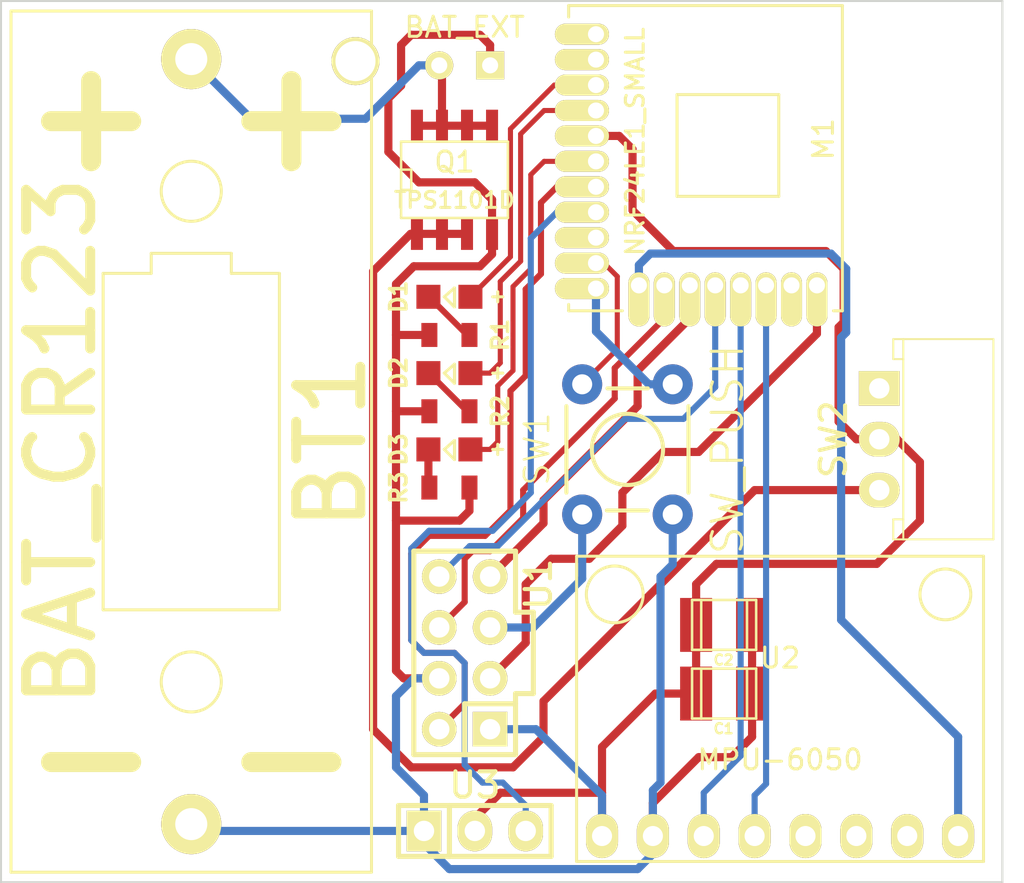
<source format=kicad_pcb>
(kicad_pcb (version 4) (host pcbnew "(2014-07-15 BZR 5005)-product")

  (general
    (links 45)
    (no_connects 2)
    (area 49.8068 49.949099 101.306201 94.050001)
    (thickness 1.6)
    (drawings 4)
    (tracks 218)
    (zones 0)
    (modules 17)
    (nets 21)
  )

  (page A4)
  (layers
    (0 F.Cu signal)
    (31 B.Cu signal)
    (32 B.Adhes user)
    (33 F.Adhes user)
    (34 B.Paste user)
    (35 F.Paste user)
    (36 B.SilkS user)
    (37 F.SilkS user)
    (38 B.Mask user)
    (39 F.Mask user)
    (40 Dwgs.User user)
    (41 Cmts.User user)
    (42 Eco1.User user)
    (43 Eco2.User user)
    (44 Edge.Cuts user)
  )

  (setup
    (last_trace_width 0.4064)
    (user_trace_width 0.3048)
    (user_trace_width 0.3556)
    (user_trace_width 0.4064)
    (trace_clearance 0.2032)
    (zone_clearance 0.508)
    (zone_45_only no)
    (trace_min 0.254)
    (segment_width 0.2)
    (edge_width 0.1)
    (via_size 0.889)
    (via_drill 0.635)
    (via_min_size 0.889)
    (via_min_drill 0.508)
    (uvia_size 0.508)
    (uvia_drill 0.127)
    (uvias_allowed no)
    (uvia_min_size 0.508)
    (uvia_min_drill 0.127)
    (pcb_text_width 0.3)
    (pcb_text_size 1.5 1.5)
    (mod_edge_width 0.254)
    (mod_text_size 1 1)
    (mod_text_width 0.15)
    (pad_size 2 2)
    (pad_drill 0.8)
    (pad_to_mask_clearance 0)
    (aux_axis_origin 0 0)
    (visible_elements 7FFFFF7F)
    (pcbplotparams
      (layerselection 0x00030_80000001)
      (usegerberextensions true)
      (excludeedgelayer true)
      (linewidth 0.100000)
      (plotframeref false)
      (viasonmask false)
      (mode 1)
      (useauxorigin false)
      (hpglpennumber 1)
      (hpglpenspeed 20)
      (hpglpendiameter 15)
      (hpglpenoverlay 2)
      (psnegative false)
      (psa4output false)
      (plotreference true)
      (plotvalue true)
      (plotinvisibletext false)
      (padsonsilk false)
      (subtractmaskfromsilk false)
      (outputformat 1)
      (mirror false)
      (drillshape 0)
      (scaleselection 1)
      (outputdirectory ""))
  )

  (net 0 "")
  (net 1 GND)
  (net 2 VCC)
  (net 3 "Net-(D1-Pad1)")
  (net 4 "Net-(D1-Pad2)")
  (net 5 "Net-(D2-Pad1)")
  (net 6 "Net-(D2-Pad2)")
  (net 7 "Net-(D3-Pad1)")
  (net 8 "Net-(D3-Pad2)")
  (net 9 "Net-(M1-Pad8)")
  (net 10 /FSCK)
  (net 11 "Net-(M1-Pad12)")
  (net 12 /FMOSI)
  (net 13 /FCSN)
  (net 14 /SCL)
  (net 15 /SDA)
  (net 16 "Net-(Q1-Pad1)")
  (net 17 /FMISO)
  (net 18 "Net-(BT1-Pad1)")
  (net 19 /PROG)
  (net 20 /RESET)

  (net_class Default "This is the default net class."
    (clearance 0.2032)
    (trace_width 0.254)
    (via_dia 0.889)
    (via_drill 0.635)
    (uvia_dia 0.508)
    (uvia_drill 0.127)
    (add_net /FCSN)
    (add_net /FMISO)
    (add_net /FMOSI)
    (add_net /FSCK)
    (add_net /PROG)
    (add_net /RESET)
    (add_net /SCL)
    (add_net /SDA)
    (add_net GND)
    (add_net "Net-(BT1-Pad1)")
    (add_net "Net-(D1-Pad1)")
    (add_net "Net-(D1-Pad2)")
    (add_net "Net-(D2-Pad1)")
    (add_net "Net-(D2-Pad2)")
    (add_net "Net-(D3-Pad1)")
    (add_net "Net-(D3-Pad2)")
    (add_net "Net-(M1-Pad12)")
    (add_net "Net-(M1-Pad8)")
    (add_net "Net-(Q1-Pad1)")
    (add_net VCC)
  )

  (module edtracker_nrf:ESP2010_switch (layer F.Cu) (tedit 53C81FF4) (tstamp 53C7A2D3)
    (at 93.853 71.882 270)
    (descr "1 pin")
    (tags "CONN DEV")
    (path /53AAC4C3)
    (fp_text reference SW2 (at 0 2.286 270) (layer F.SilkS)
      (effects (font (size 1.27 1.27) (thickness 0.2032)))
    )
    (fp_text value SWITCH_INV (at 0 -2.4 270) (layer F.SilkS) hide
      (effects (font (size 1.016 1.016) (thickness 0.1778)))
    )
    (fp_line (start 0.2 -7.2) (end 0.2 -6.7) (layer Dwgs.User) (width 0.1))
    (fp_line (start -1.8 -7.2) (end 0.2 -7.2) (layer Dwgs.User) (width 0.1))
    (fp_line (start -1.8 -6.7) (end -1.8 -7.2) (layer Dwgs.User) (width 0.1))
    (fp_line (start 3.4 -6.2) (end 0.2 -6.7) (layer Dwgs.User) (width 0.1))
    (fp_line (start -5 -6.2) (end -1.8 -6.7) (layer Dwgs.User) (width 0.1))
    (fp_line (start 3.4 -5.7) (end 3.4 -6.2) (layer Dwgs.User) (width 0.1))
    (fp_line (start -5 -5.7) (end -5 -6.2) (layer Dwgs.User) (width 0.1))
    (fp_line (start 5 -1.2) (end 5 -0.7) (layer F.SilkS) (width 0.1))
    (fp_line (start 5 -0.7) (end 4 -0.7) (layer F.SilkS) (width 0.1))
    (fp_line (start 4 -0.7) (end 4 -1.2) (layer F.SilkS) (width 0.1))
    (fp_line (start -5 -1.2) (end -5 -0.7) (layer F.SilkS) (width 0.1))
    (fp_line (start -5 -0.7) (end -4 -0.7) (layer F.SilkS) (width 0.1))
    (fp_line (start -4 -1.2) (end -4 -0.7) (layer F.SilkS) (width 0.1))
    (fp_line (start -5 -5.7) (end 5 -5.7) (layer F.SilkS) (width 0.1))
    (fp_line (start 5 -1.2) (end 5 -5.7) (layer F.SilkS) (width 0.1))
    (fp_line (start -5 -5.7) (end -5 -1.2) (layer F.SilkS) (width 0.1))
    (fp_line (start -5 -1.2) (end 5 -1.2) (layer F.SilkS) (width 0.1))
    (pad 1 thru_hole rect (at -2.54 0 270) (size 1.7272 2.032) (drill 1.016) (layers *.Cu *.Mask F.SilkS))
    (pad 2 thru_hole oval (at 0 0 270) (size 1.7272 2.032) (drill 1.016) (layers *.Cu *.Mask F.SilkS)
      (net 2 VCC))
    (pad 3 thru_hole oval (at 2.54 0 270) (size 1.7272 2.032) (drill 1.016) (layers *.Cu *.Mask F.SilkS)
      (net 16 "Net-(Q1-Pad1)"))
    (model Pin_Headers/Pin_Header_Angled_1x03.wrl
      (at (xyz 0 0 0))
      (scale (xyz 1 1 1))
      (rotate (xyz 0 0 0))
    )
  )

  (module edtracker_nrf:NRF24LE1_SMALL (layer F.Cu) (tedit 53C81F20) (tstamp 53AAC3B0)
    (at 85.344 58.166 270)
    (path /53A87AFB)
    (fp_text reference M1 (at -1.27 -5.715 270) (layer F.SilkS)
      (effects (font (size 1 1) (thickness 0.15)))
    )
    (fp_text value NRF24LE1_SMALL (at -1.143 3.683 270) (layer F.SilkS)
      (effects (font (size 0.889 0.889) (thickness 0.1524)))
    )
    (fp_line (start -3.556 -7.62) (end 4.191 -7.62) (layer Dwgs.User) (width 0.6))
    (fp_line (start 4.064 -14) (end 6.858 -14) (layer Dwgs.User) (width 0.6))
    (fp_line (start 2.794 -9.779) (end 4.064 -9.779) (layer Dwgs.User) (width 0.6))
    (fp_line (start 1.524 -14) (end 2.794 -14) (layer Dwgs.User) (width 0.6))
    (fp_line (start 0.254 -9.779) (end 1.524 -9.779) (layer Dwgs.User) (width 0.6))
    (fp_line (start -1.016 -14) (end 0.254 -14) (layer Dwgs.User) (width 0.6))
    (fp_line (start -2.286 -9.779) (end -1.016 -9.779) (layer Dwgs.User) (width 0.6))
    (fp_line (start -3.556 -14) (end -2.286 -14) (layer Dwgs.User) (width 0.6))
    (fp_line (start 0.254 -14) (end 0.254 -9.779) (layer Dwgs.User) (width 0.6))
    (fp_line (start 1.524 -9.779) (end 1.524 -14) (layer Dwgs.User) (width 0.6))
    (fp_line (start 2.794 -14) (end 2.794 -9.779) (layer Dwgs.User) (width 0.6))
    (fp_line (start 4.064 -9.779) (end 4.064 -14) (layer Dwgs.User) (width 0.6))
    (fp_line (start -1.016 -14) (end -1.016 -9.779) (layer Dwgs.User) (width 0.6))
    (fp_line (start -2.287 -14) (end -2.287 -9.779) (layer Dwgs.User) (width 0.6))
    (fp_line (start -3.556 -14) (end -3.556 -6.636) (layer Dwgs.User) (width 0.6))
    (fp_line (start -7.9375 -6.858) (end -7.9375 -14.5) (layer Dwgs.User) (width 0.1524))
    (fp_line (start -7.9375 -14.5) (end 7.3025 -14.5) (layer Dwgs.User) (width 0.1524))
    (fp_line (start 7.3025 -14.5) (end 7.3025 -6.858) (layer Dwgs.User) (width 0.1524))
    (fp_line (start 7.3025 -6.6675) (end 7.3025 -6.223) (layer F.SilkS) (width 0.1524))
    (fp_line (start -7.366 7) (end -7.9375 7) (layer F.SilkS) (width 0.1524))
    (fp_line (start -3.4925 -3.4925) (end -3.4925 1.5875) (layer F.SilkS) (width 0.15))
    (fp_line (start -3.4925 1.5875) (end 1.5875 1.5875) (layer F.SilkS) (width 0.15))
    (fp_line (start 1.5875 1.5875) (end 1.5875 -3.4925) (layer F.SilkS) (width 0.15))
    (fp_line (start 1.5875 -3.4925) (end -3.4925 -3.4925) (layer F.SilkS) (width 0.15))
    (fp_line (start 7.3025 7) (end 6.985 7) (layer F.SilkS) (width 0.15))
    (fp_line (start -7.9375 7) (end -7.9375 -6.6675) (layer F.SilkS) (width 0.1524))
    (fp_line (start -7.9375 -6.6675) (end 7.3025 -6.6675) (layer F.SilkS) (width 0.15))
    (fp_line (start 7.3025 4.318) (end 7.3025 7) (layer F.SilkS) (width 0.15))
    (pad 1 thru_hole oval (at -6.50875 5.635625 270) (size 1.05 2.7) (drill 0.8 (offset 0 0.7)) (layers *.Cu *.Mask F.SilkS))
    (pad 2 thru_hole oval (at -5.23875 5.635625 270) (size 1.05 2.7) (drill 0.8 (offset 0 0.7)) (layers *.Cu *.Mask F.SilkS))
    (pad 3 thru_hole oval (at -3.96875 5.635625 270) (size 1.05 2.7) (drill 0.8 (offset 0 0.7)) (layers *.Cu *.Mask F.SilkS)
      (net 3 "Net-(D1-Pad1)"))
    (pad 4 thru_hole oval (at -2.69875 5.635625 270) (size 1.05 2.7) (drill 0.8 (offset 0 0.7)) (layers *.Cu *.Mask F.SilkS)
      (net 5 "Net-(D2-Pad1)"))
    (pad 5 thru_hole oval (at -1.42875 5.635625 270) (size 1.05 2.7) (drill 0.8 (offset 0 0.7)) (layers *.Cu *.Mask F.SilkS)
      (net 2 VCC))
    (pad 6 thru_hole oval (at -0.15875 5.635625 270) (size 1.05 2.7) (drill 0.8 (offset 0 0.7)) (layers *.Cu *.Mask F.SilkS)
      (net 7 "Net-(D3-Pad1)"))
    (pad 7 thru_hole oval (at 1.11125 5.635625 270) (size 1.05 2.7) (drill 0.8 (offset 0 0.7)) (layers *.Cu *.Mask F.SilkS)
      (net 19 /PROG))
    (pad 8 thru_hole oval (at 2.38125 5.635625 270) (size 1.05 2.7) (drill 0.8 (offset 0 0.7)) (layers *.Cu *.Mask F.SilkS)
      (net 9 "Net-(M1-Pad8)"))
    (pad 10 thru_hole oval (at 4.92125 5.635625 270) (size 1.05 2.7) (drill 0.8 (offset 0 0.7)) (layers *.Cu *.Mask F.SilkS)
      (net 10 /FSCK))
    (pad 9 thru_hole oval (at 3.65125 5.635625 270) (size 1.05 2.7) (drill 0.8 (offset 0 0.7)) (layers *.Cu *.Mask F.SilkS))
    (pad 11 thru_hole oval (at 6.19125 5.635625 270) (size 1.05 2.7) (drill 0.8 (offset 0 0.7)) (layers *.Cu *.Mask F.SilkS)
      (net 1 GND))
    (pad 12 thru_hole oval (at 6.0325 3.4925) (size 1.05 2.7) (drill 0.8 (offset 0 0.7)) (layers *.Cu *.Mask F.SilkS)
      (net 11 "Net-(M1-Pad12)"))
    (pad 13 thru_hole oval (at 6.0325 2.2225) (size 1.05 2.7) (drill 0.8 (offset 0 0.7)) (layers *.Cu *.Mask F.SilkS)
      (net 12 /FMOSI))
    (pad 14 thru_hole oval (at 6.0325 0.9525) (size 1.05 2.7) (drill 0.8 (offset 0 0.7)) (layers *.Cu *.Mask F.SilkS)
      (net 17 /FMISO))
    (pad 15 thru_hole oval (at 6.0325 -0.3175) (size 1.05 2.7) (drill 0.8 (offset 0 0.7)) (layers *.Cu *.Mask F.SilkS)
      (net 13 /FCSN))
    (pad 16 thru_hole oval (at 6.0325 -1.5875) (size 1.05 2.7) (drill 0.8 (offset 0 0.7)) (layers *.Cu *.Mask F.SilkS)
      (net 14 /SCL))
    (pad 17 thru_hole oval (at 6.0325 -2.8575) (size 1.05 2.7) (drill 0.8 (offset 0 0.7)) (layers *.Cu *.Mask F.SilkS)
      (net 15 /SDA))
    (pad 18 thru_hole oval (at 6.0325 -4.1275) (size 1.05 2.7) (drill 0.8 (offset 0 0.7)) (layers *.Cu *.Mask F.SilkS))
    (pad 19 thru_hole oval (at 6.0325 -5.3975) (size 1.05 2.7) (drill 0.8 (offset 0 0.7)) (layers *.Cu *.Mask F.SilkS)
      (net 20 /RESET))
  )

  (module edtracker_nrf:Pin_Header_Straight_2x04 (layer F.Cu) (tedit 53C8C204) (tstamp 53C76BC0)
    (at 73.152 82.55 90)
    (descr "1 pin")
    (tags "CONN DEV")
    (path /53A87671)
    (fp_text reference U1 (at 3.429 3.683 90) (layer F.SilkS)
      (effects (font (size 1.27 1.27) (thickness 0.2032)))
    )
    (fp_text value NRF24LE1_PROG (at 0 -3.175 90) (layer F.SilkS) hide
      (effects (font (size 0.8128 0.8128) (thickness 0.1524)))
    )
    (fp_line (start -5.08 2.54) (end -2.032 2.54) (layer F.SilkS) (width 0.254))
    (fp_line (start -2.032 2.54) (end -2.032 3.429) (layer F.SilkS) (width 0.254))
    (fp_line (start -2.032 3.429) (end 2.032 3.429) (layer F.SilkS) (width 0.254))
    (fp_line (start 2.032 3.429) (end 2.032 2.54) (layer F.SilkS) (width 0.254))
    (fp_line (start 2.032 2.54) (end 5.08 2.54) (layer F.SilkS) (width 0.254))
    (fp_line (start 5.08 2.54) (end 5.08 -2.54) (layer F.SilkS) (width 0.254))
    (fp_line (start 5.08 -2.54) (end -5.08 -2.54) (layer F.SilkS) (width 0.254))
    (fp_line (start -5.08 -2.54) (end -5.08 0) (layer F.SilkS) (width 0.254))
    (fp_line (start -5.08 0) (end -2.54 0) (layer F.SilkS) (width 0.254))
    (fp_line (start -2.54 0) (end -2.54 2.54) (layer F.SilkS) (width 0.254))
    (fp_line (start -5.08 2.54) (end -5.08 0) (layer F.SilkS) (width 0.254))
    (pad 1 thru_hole rect (at -3.81 1.27 90) (size 1.7272 1.7272) (drill 1.016) (layers *.Cu *.Mask F.SilkS)
      (net 2 VCC))
    (pad 2 thru_hole oval (at -3.81 -1.27 90) (size 1.7272 1.7272) (drill 1.016) (layers *.Cu *.Mask F.SilkS)
      (net 19 /PROG))
    (pad 3 thru_hole oval (at -1.27 1.27 90) (size 1.7272 1.7272) (drill 1.016) (layers *.Cu *.Mask F.SilkS)
      (net 20 /RESET))
    (pad 4 thru_hole oval (at -1.27 -1.27 90) (size 1.7272 1.7272) (drill 1.016) (layers *.Cu *.Mask F.SilkS)
      (net 1 GND))
    (pad 5 thru_hole oval (at 1.27 1.27 90) (size 1.7272 1.7272) (drill 1.016) (layers *.Cu *.Mask F.SilkS)
      (net 10 /FSCK))
    (pad 6 thru_hole oval (at 1.27 -1.27 90) (size 1.7272 1.7272) (drill 1.016) (layers *.Cu *.Mask F.SilkS)
      (net 12 /FMOSI))
    (pad 7 thru_hole oval (at 3.81 1.27 90) (size 1.7272 1.7272) (drill 1.016) (layers *.Cu *.Mask F.SilkS)
      (net 17 /FMISO))
    (pad 8 thru_hole oval (at 3.81 -1.27 90) (size 1.7272 1.7272) (drill 1.016) (layers *.Cu *.Mask F.SilkS)
      (net 13 /FCSN))
    (model Pin_Headers/Pin_Header_Straight_2x04.wrl
      (at (xyz 0 0 0))
      (scale (xyz 1 1 1))
      (rotate (xyz 0 0 0))
    )
  )

  (module edtracker_nrf:CR123 (layer F.Cu) (tedit 53C77851) (tstamp 53C77B5B)
    (at 59.5 72)
    (path /53C5091B)
    (fp_text reference BT1 (at 6.985 0 90) (layer F.SilkS)
      (effects (font (size 3.2 3.2) (thickness 0.5)))
    )
    (fp_text value BAT_CR123 (at -6.5 0 90) (layer F.SilkS)
      (effects (font (size 3.2 3.2) (thickness 0.5)))
    )
    (fp_line (start 3 16) (end 7 16) (layer F.SilkS) (width 1))
    (fp_line (start -7 16) (end -3 16) (layer F.SilkS) (width 1))
    (fp_line (start 5 -18) (end 5 -14) (layer F.SilkS) (width 1))
    (fp_line (start 3 -16) (end 7 -16) (layer F.SilkS) (width 1))
    (fp_line (start -5 -18) (end -5 -14) (layer F.SilkS) (width 1))
    (fp_line (start -7 -16) (end -3 -16) (layer F.SilkS) (width 1))
    (fp_line (start 2 -9.4) (end 2 -8.4) (layer F.SilkS) (width 0.15))
    (fp_line (start -2 -9.4) (end -2 -8.4) (layer F.SilkS) (width 0.15))
    (fp_line (start -2 -9.4) (end 2 -9.4) (layer F.SilkS) (width 0.15))
    (fp_line (start -4.4 -8.4) (end -2 -8.4) (layer F.SilkS) (width 0.15))
    (fp_line (start 2 -8.4) (end 4.4 -8.4) (layer F.SilkS) (width 0.15))
    (fp_line (start 4.4 -8.4) (end 4.4 8.4) (layer F.SilkS) (width 0.15))
    (fp_line (start 4.4 8.4) (end -4.4 8.4) (layer F.SilkS) (width 0.15))
    (fp_line (start -4.4 8.4) (end -4.4 -8.4) (layer F.SilkS) (width 0.15))
    (fp_circle (center 0 12) (end 0 13.5) (layer F.SilkS) (width 0.15))
    (fp_circle (center 0 -12.5) (end 0 -14) (layer F.SilkS) (width 0.15))
    (fp_line (start -9 -21.5) (end 9 -21.5) (layer F.SilkS) (width 0.15))
    (fp_line (start 9 -21.5) (end 9 21.5) (layer F.SilkS) (width 0.15))
    (fp_line (start 9 21.5) (end -9 21.5) (layer F.SilkS) (width 0.15))
    (fp_line (start -9 21.5) (end -9 -21.5) (layer F.SilkS) (width 0.15))
    (pad 1 thru_hole circle (at 0 -19.1) (size 3 3) (drill 1.6) (layers *.Cu *.Mask F.SilkS)
      (net 18 "Net-(BT1-Pad1)"))
    (pad 2 thru_hole circle (at 0 19.1) (size 3 3) (drill 1.6) (layers *.Cu *.Mask F.SilkS)
      (net 1 GND))
    (pad "" thru_hole circle (at 8.2 -19) (size 2.4 2.4) (drill 2) (layers *.Cu *.Mask F.SilkS))
  )

  (module Capacitors_SMD:c_1210 (layer F.Cu) (tedit 53C82191) (tstamp 53ABDA55)
    (at 86.106 84.582 180)
    (descr "SMT capacitor, 1210")
    (path /53A9C242)
    (fp_text reference C1 (at 0.0254 -1.7526 180) (layer F.SilkS)
      (effects (font (size 0.50038 0.50038) (thickness 0.11938)))
    )
    (fp_text value C (at -0.0254 1.7272 180) (layer F.SilkS) hide
      (effects (font (size 0.50038 0.50038) (thickness 0.11938)))
    )
    (fp_line (start -1.6002 -1.2446) (end -1.6002 1.2446) (layer F.SilkS) (width 0.127))
    (fp_line (start 1.6002 1.2446) (end 1.6002 -1.2446) (layer F.SilkS) (width 0.127))
    (fp_line (start 1.143 -1.2446) (end 1.143 1.2446) (layer F.SilkS) (width 0.127))
    (fp_line (start -1.143 1.2446) (end -1.143 -1.2446) (layer F.SilkS) (width 0.127))
    (fp_line (start -1.6002 1.2446) (end 1.6002 1.2446) (layer F.SilkS) (width 0.127))
    (fp_line (start 1.6002 -1.2446) (end -1.6002 -1.2446) (layer F.SilkS) (width 0.127))
    (pad 1 smd rect (at 1.397 0 180) (size 1.6002 2.6924) (layers F.Cu F.Paste F.Mask)
      (net 2 VCC))
    (pad 2 smd rect (at -1.397 0 180) (size 1.6002 2.6924) (layers F.Cu F.Paste F.Mask)
      (net 1 GND))
    (model smd/capacitors/c_1210.wrl
      (at (xyz 0 0 0))
      (scale (xyz 1 1 1))
      (rotate (xyz 0 0 0))
    )
  )

  (module edtracker_nrf:Pin_Header_Straight_1x03 (layer F.Cu) (tedit 53C8215C) (tstamp 53ABD6AA)
    (at 73.66 91.44)
    (descr "1 pin")
    (tags "CONN DEV")
    (path /53A876E3)
    (fp_text reference U3 (at 0 -2.286) (layer F.SilkS)
      (effects (font (size 1.27 1.27) (thickness 0.2032)))
    )
    (fp_text value UART (at 0 0) (layer F.SilkS) hide
      (effects (font (size 1.27 1.27) (thickness 0.2032)))
    )
    (fp_line (start -1.27 1.27) (end 3.81 1.27) (layer F.SilkS) (width 0.254))
    (fp_line (start 3.81 1.27) (end 3.81 -1.27) (layer F.SilkS) (width 0.254))
    (fp_line (start 3.81 -1.27) (end -1.27 -1.27) (layer F.SilkS) (width 0.254))
    (fp_line (start -3.81 -1.27) (end -1.27 -1.27) (layer F.SilkS) (width 0.254))
    (fp_line (start -1.27 -1.27) (end -1.27 1.27) (layer F.SilkS) (width 0.254))
    (fp_line (start -3.81 -1.27) (end -3.81 1.27) (layer F.SilkS) (width 0.254))
    (fp_line (start -3.81 1.27) (end -1.27 1.27) (layer F.SilkS) (width 0.254))
    (pad 1 thru_hole rect (at -2.54 0) (size 1.7272 2.032) (drill 1.016) (layers *.Cu *.Mask F.SilkS)
      (net 1 GND))
    (pad 2 thru_hole oval (at 0 0) (size 1.7272 2.032) (drill 1.016) (layers *.Cu *.Mask F.SilkS)
      (net 2 VCC))
    (pad 3 thru_hole oval (at 2.54 0) (size 1.7272 2.032) (drill 1.016) (layers *.Cu *.Mask F.SilkS)
      (net 9 "Net-(M1-Pad8)"))
    (model Pin_Headers/Pin_Header_Straight_1x03.wrl
      (at (xyz 0 0 0))
      (scale (xyz 1 1 1))
      (rotate (xyz 0 0 0))
    )
  )

  (module edtracker_nrf:TACTILE-PTH (layer F.Cu) (tedit 53AB2020) (tstamp 53C7B70C)
    (at 81.28 72.39 90)
    (descr "<b>OMRON SWITCH</b>")
    (path /53AB20EC)
    (fp_text reference SW1 (at -1.905 -3.81 90) (layer F.SilkS)
      (effects (font (size 1.2065 1.2065) (thickness 0.127)) (justify left bottom))
    )
    (fp_text value SW_PUSH (at 0 5 90) (layer F.SilkS)
      (effects (font (thickness 0.15)))
    )
    (fp_line (start 3.048 -1.016) (end 3.048 -2.54) (layer Dwgs.User) (width 0.2032))
    (fp_line (start 3.048 -2.54) (end 2.54 -3.048) (layer Dwgs.User) (width 0.2032))
    (fp_line (start 2.54 3.048) (end 3.048 2.54) (layer Dwgs.User) (width 0.2032))
    (fp_line (start 3.048 2.54) (end 3.048 1.016) (layer Dwgs.User) (width 0.2032))
    (fp_line (start -2.54 -3.048) (end -3.048 -2.54) (layer Dwgs.User) (width 0.2032))
    (fp_line (start -3.048 -2.54) (end -3.048 -1.016) (layer Dwgs.User) (width 0.2032))
    (fp_line (start -2.54 3.048) (end -3.048 2.54) (layer Dwgs.User) (width 0.2032))
    (fp_line (start -3.048 2.54) (end -3.048 1.016) (layer Dwgs.User) (width 0.2032))
    (fp_line (start 2.54 3.048) (end 2.159 3.048) (layer Dwgs.User) (width 0.2032))
    (fp_line (start -2.54 3.048) (end -2.159 3.048) (layer Dwgs.User) (width 0.2032))
    (fp_line (start -2.54 -3.048) (end -2.159 -3.048) (layer Dwgs.User) (width 0.2032))
    (fp_line (start 2.54 -3.048) (end 2.159 -3.048) (layer Dwgs.User) (width 0.2032))
    (fp_line (start 2.159 -3.048) (end -2.159 -3.048) (layer F.SilkS) (width 0.2032))
    (fp_line (start -2.159 3.048) (end 2.159 3.048) (layer F.SilkS) (width 0.2032))
    (fp_line (start 3.048 -0.998) (end 3.048 1.016) (layer F.SilkS) (width 0.2032))
    (fp_line (start -3.048 -1.028) (end -3.048 1.016) (layer F.SilkS) (width 0.2032))
    (fp_line (start -2.54 -1.27) (end -2.54 -0.508) (layer Dwgs.User) (width 0.2032))
    (fp_line (start -2.54 0.508) (end -2.54 1.27) (layer Dwgs.User) (width 0.2032))
    (fp_line (start -2.54 -0.508) (end -2.159 0.381) (layer Dwgs.User) (width 0.2032))
    (fp_circle (center 0 0) (end 1.778 0) (layer F.SilkS) (width 0.2032))
    (pad 1 thru_hole circle (at -3.2512 -2.2606 90) (size 2 2) (drill 1) (layers *.Cu *.Mask)
      (net 10 /FSCK))
    (pad 1 thru_hole circle (at 3.2512 -2.2606 90) (size 2 2) (drill 1) (layers *.Cu *.Mask)
      (net 10 /FSCK))
    (pad 2 thru_hole circle (at -3.2512 2.2606 90) (size 2 2) (drill 1) (layers *.Cu *.Mask)
      (net 1 GND))
    (pad 2 thru_hole circle (at 3.2512 2.2606 90) (size 2 2) (drill 1) (layers *.Cu *.Mask)
      (net 1 GND))
  )

  (module edtracker_nrf:MPU6050 (layer F.Cu) (tedit 53AB1A66) (tstamp 53AAC44E)
    (at 88.9 85.344 180)
    (path /53A8761E)
    (fp_text reference U2 (at 0 2.54 180) (layer F.SilkS)
      (effects (font (size 1 1) (thickness 0.15)))
    )
    (fp_text value MPU-6050 (at 0 -2.54 180) (layer F.SilkS)
      (effects (font (size 1 1) (thickness 0.15)))
    )
    (fp_circle (center 8.255 5.715) (end 8.89 6.985) (layer F.SilkS) (width 0.15))
    (fp_circle (center -8.255 5.715) (end -8.255 6.985) (layer F.SilkS) (width 0.15))
    (fp_line (start 10.16 -7.62) (end 10.16 7.62) (layer F.SilkS) (width 0.15))
    (fp_line (start 10.16 7.62) (end -10.16 7.62) (layer F.SilkS) (width 0.15))
    (fp_line (start -10.16 7.62) (end -10.16 -7.62) (layer F.SilkS) (width 0.15))
    (fp_line (start -10.16 -7.62) (end 10.16 -7.62) (layer F.SilkS) (width 0.15))
    (pad 1 thru_hole oval (at 8.89 -6.35 270) (size 2.2 1.6) (drill 1) (layers *.Cu *.Mask F.SilkS)
      (net 2 VCC))
    (pad 2 thru_hole oval (at 6.35 -6.35 270) (size 2.2 1.6) (drill 1) (layers *.Cu *.Mask F.SilkS)
      (net 1 GND))
    (pad 3 thru_hole oval (at 3.81 -6.35 270) (size 2.2 1.6) (drill 1) (layers *.Cu *.Mask F.SilkS)
      (net 14 /SCL))
    (pad 4 thru_hole oval (at 1.27 -6.35 270) (size 2.2 1.6) (drill 1) (layers *.Cu *.Mask F.SilkS)
      (net 15 /SDA))
    (pad 5 thru_hole oval (at -1.27 -6.35 270) (size 2.2 1.6) (drill 1) (layers *.Cu *.Mask F.SilkS))
    (pad 6 thru_hole oval (at -3.81 -6.35 270) (size 2.2 1.6) (drill 1) (layers *.Cu *.Mask F.SilkS))
    (pad 7 thru_hole oval (at -6.35 -6.35 270) (size 2.2 1.6) (drill 1) (layers *.Cu *.Mask F.SilkS))
    (pad 8 thru_hole oval (at -8.89 -6.35 270) (size 2.2 1.6) (drill 1) (layers *.Cu *.Mask F.SilkS)
      (net 11 "Net-(M1-Pad12)"))
  )

  (module SOIC_Packages:SOIC-8_N (layer F.Cu) (tedit 53C82192) (tstamp 53AAC3C4)
    (at 72.644 58.928)
    (descr "module CMS SOJ 8 pins etroit")
    (tags "CMS SOJ")
    (path /53A9CF7B)
    (attr smd)
    (fp_text reference Q1 (at 0 -0.889) (layer F.SilkS)
      (effects (font (size 1 1) (thickness 0.15)))
    )
    (fp_text value TPS1101D (at 0 1.016) (layer F.SilkS)
      (effects (font (size 0.8 0.8) (thickness 0.15)))
    )
    (fp_line (start -2.667 1.778) (end -2.667 1.905) (layer F.SilkS) (width 0.127))
    (fp_line (start -2.667 1.905) (end 2.667 1.905) (layer F.SilkS) (width 0.127))
    (fp_line (start 2.667 -1.905) (end -2.667 -1.905) (layer F.SilkS) (width 0.127))
    (fp_line (start -2.667 -1.905) (end -2.667 1.778) (layer F.SilkS) (width 0.127))
    (fp_line (start -2.667 -0.508) (end -2.159 -0.508) (layer F.SilkS) (width 0.127))
    (fp_line (start -2.159 -0.508) (end -2.159 0.508) (layer F.SilkS) (width 0.127))
    (fp_line (start -2.159 0.508) (end -2.667 0.508) (layer F.SilkS) (width 0.127))
    (fp_line (start 2.667 -1.905) (end 2.667 1.905) (layer F.SilkS) (width 0.127))
    (pad 8 smd rect (at -1.875 -2.7) (size 0.6 1.6) (layers F.Cu F.Paste F.Mask)
      (net 18 "Net-(BT1-Pad1)"))
    (pad 1 smd rect (at -1.875 2.7) (size 0.6 1.6) (layers F.Cu F.Paste F.Mask)
      (net 16 "Net-(Q1-Pad1)"))
    (pad 7 smd rect (at -0.625 -2.7) (size 0.6 1.6) (layers F.Cu F.Paste F.Mask)
      (net 18 "Net-(BT1-Pad1)"))
    (pad 6 smd rect (at 0.625 -2.7) (size 0.6 1.6) (layers F.Cu F.Paste F.Mask)
      (net 18 "Net-(BT1-Pad1)"))
    (pad 5 smd rect (at 1.875 -2.7) (size 0.6 1.6) (layers F.Cu F.Paste F.Mask)
      (net 18 "Net-(BT1-Pad1)"))
    (pad 2 smd rect (at -0.625 2.7) (size 0.6 1.6) (layers F.Cu F.Paste F.Mask)
      (net 16 "Net-(Q1-Pad1)"))
    (pad 3 smd rect (at 0.625 2.7) (size 0.6 1.6) (layers F.Cu F.Paste F.Mask)
      (net 16 "Net-(Q1-Pad1)"))
    (pad 4 smd rect (at 1.875 2.7) (size 0.6 1.6) (layers F.Cu F.Paste F.Mask)
      (net 1 GND))
    (model smd/cms_so8.wrl
      (at (xyz 0 0 0))
      (scale (xyz 0.5 0.32 0.5))
      (rotate (xyz 0 0 0))
    )
  )

  (module Capacitors_SMD:c_1210 (layer F.Cu) (tedit 53C82192) (tstamp 53AAC332)
    (at 86.106 81.153 180)
    (descr "SMT capacitor, 1210")
    (path /53A9BE51)
    (fp_text reference C2 (at 0.0254 -1.7526 180) (layer F.SilkS)
      (effects (font (size 0.50038 0.50038) (thickness 0.11938)))
    )
    (fp_text value CP1 (at -0.0254 1.7272 180) (layer F.SilkS) hide
      (effects (font (size 0.50038 0.50038) (thickness 0.11938)))
    )
    (fp_line (start -1.6002 -1.2446) (end -1.6002 1.2446) (layer F.SilkS) (width 0.127))
    (fp_line (start 1.6002 1.2446) (end 1.6002 -1.2446) (layer F.SilkS) (width 0.127))
    (fp_line (start 1.143 -1.2446) (end 1.143 1.2446) (layer F.SilkS) (width 0.127))
    (fp_line (start -1.143 1.2446) (end -1.143 -1.2446) (layer F.SilkS) (width 0.127))
    (fp_line (start -1.6002 1.2446) (end 1.6002 1.2446) (layer F.SilkS) (width 0.127))
    (fp_line (start 1.6002 -1.2446) (end -1.6002 -1.2446) (layer F.SilkS) (width 0.127))
    (pad 1 smd rect (at 1.397 0 180) (size 1.6002 2.6924) (layers F.Cu F.Paste F.Mask)
      (net 2 VCC))
    (pad 2 smd rect (at -1.397 0 180) (size 1.6002 2.6924) (layers F.Cu F.Paste F.Mask)
      (net 1 GND))
    (model smd/capacitors/c_1210.wrl
      (at (xyz 0 0 0))
      (scale (xyz 1 1 1))
      (rotate (xyz 0 0 0))
    )
  )

  (module edtracker_nrf:BATTERY_EXT (layer F.Cu) (tedit 53C8215C) (tstamp 53AAC31A)
    (at 73.152 53.213)
    (path /53A9ABA8)
    (fp_text reference BT2 (at 0 2.54) (layer F.SilkS) hide
      (effects (font (size 1 1) (thickness 0.15)))
    )
    (fp_text value BAT_EXT (at 0 -1.905) (layer F.SilkS)
      (effects (font (size 1 1) (thickness 0.15)))
    )
    (pad 1 thru_hole circle (at -1.27 0) (size 1.4 1.4) (drill 0.8) (layers *.Cu *.Mask F.SilkS)
      (net 18 "Net-(BT1-Pad1)"))
    (pad 2 thru_hole rect (at 1.27 0) (size 1.4 1.4) (drill 0.8) (layers *.Cu *.Mask F.SilkS)
      (net 1 GND))
  )

  (module edtracker_nrf:Resistor_SMD0805_ReflowWave (layer F.Cu) (tedit 53C82170) (tstamp 53C8246F)
    (at 72.39 66.675)
    (descr "Resistor, SMD, 0805, Reflow, Wave,")
    (tags "Resistor, SMD, 0805, Reflow, Wave,")
    (path /53A99DAC)
    (attr smd)
    (fp_text reference R1 (at 2.54 0 90) (layer F.SilkS)
      (effects (font (size 0.8128 0.8128) (thickness 0.1778)))
    )
    (fp_text value R (at 0 0) (layer F.SilkS) hide
      (effects (font (size 0.8128 0.8128) (thickness 0.2032)))
    )
    (pad 1 smd rect (at -1.00076 0) (size 0.8001 1.19888) (layers F.Cu F.Paste F.Mask)
      (net 1 GND))
    (pad 2 smd rect (at 1.00076 0) (size 0.8001 1.19888) (layers F.Cu F.Paste F.Mask)
      (net 4 "Net-(D1-Pad2)"))
  )

  (module edtracker_nrf:Resistor_SMD0805_ReflowWave (layer F.Cu) (tedit 53C82170) (tstamp 53C82474)
    (at 72.39 70.485)
    (descr "Resistor, SMD, 0805, Reflow, Wave,")
    (tags "Resistor, SMD, 0805, Reflow, Wave,")
    (path /53A99E23)
    (attr smd)
    (fp_text reference R2 (at 2.54 0 90) (layer F.SilkS)
      (effects (font (size 0.8128 0.8128) (thickness 0.1778)))
    )
    (fp_text value R (at 0 0) (layer F.SilkS) hide
      (effects (font (size 0.8128 0.8128) (thickness 0.2032)))
    )
    (pad 1 smd rect (at -1.00076 0) (size 0.8001 1.19888) (layers F.Cu F.Paste F.Mask)
      (net 1 GND))
    (pad 2 smd rect (at 1.00076 0) (size 0.8001 1.19888) (layers F.Cu F.Paste F.Mask)
      (net 6 "Net-(D2-Pad2)"))
  )

  (module edtracker_nrf:Resistor_SMD0805_ReflowWave (layer F.Cu) (tedit 53C82170) (tstamp 53C82479)
    (at 72.39 74.295 180)
    (descr "Resistor, SMD, 0805, Reflow, Wave,")
    (tags "Resistor, SMD, 0805, Reflow, Wave,")
    (path /53A99E55)
    (attr smd)
    (fp_text reference R3 (at 2.54 0 270) (layer F.SilkS)
      (effects (font (size 0.8128 0.8128) (thickness 0.1778)))
    )
    (fp_text value R (at 0 0 180) (layer F.SilkS) hide
      (effects (font (size 0.8128 0.8128) (thickness 0.2032)))
    )
    (pad 1 smd rect (at -1.00076 0 180) (size 0.8001 1.19888) (layers F.Cu F.Paste F.Mask)
      (net 1 GND))
    (pad 2 smd rect (at 1.00076 0 180) (size 0.8001 1.19888) (layers F.Cu F.Paste F.Mask)
      (net 8 "Net-(D3-Pad2)"))
  )

  (module edtracker_nrf:LED-0805 (layer F.Cu) (tedit 53C82357) (tstamp 53C829DC)
    (at 72.39 64.77 180)
    (descr "LED 0805 smd package")
    (tags "LED 0805 SMD")
    (path /53A99C66)
    (attr smd)
    (fp_text reference D1 (at 2.54 0 270) (layer F.SilkS)
      (effects (font (size 0.8128 0.8128) (thickness 0.1778)))
    )
    (fp_text value LED (at 0 -1.905 180) (layer F.SilkS) hide
      (effects (font (size 0.8128 0.8128) (thickness 0.2032)))
    )
    (fp_line (start -2.413 -0.254) (end -2.413 0.254) (layer F.SilkS) (width 0.1524))
    (fp_line (start -2.159 0) (end -2.667 0) (layer F.SilkS) (width 0.1524))
    (fp_line (start -0.254 -0.508) (end -0.254 0.4445) (layer F.SilkS) (width 0.1524))
    (fp_line (start -0.254 0.4445) (end 0.254 0) (layer F.SilkS) (width 0.1524))
    (fp_line (start 0.254 0) (end -0.254 -0.508) (layer F.SilkS) (width 0.1524))
    (pad 1 smd rect (at -1.04902 0 180) (size 1.19888 1.19888) (layers F.Cu F.Paste F.Mask)
      (net 3 "Net-(D1-Pad1)"))
    (pad 2 smd rect (at 1.04902 0 180) (size 1.19888 1.19888) (layers F.Cu F.Paste F.Mask)
      (net 4 "Net-(D1-Pad2)"))
  )

  (module edtracker_nrf:LED-0805 (layer F.Cu) (tedit 53C82357) (tstamp 53C829E6)
    (at 72.39 68.58 180)
    (descr "LED 0805 smd package")
    (tags "LED 0805 SMD")
    (path /53A99CDF)
    (attr smd)
    (fp_text reference D2 (at 2.54 0 270) (layer F.SilkS)
      (effects (font (size 0.8128 0.8128) (thickness 0.1778)))
    )
    (fp_text value LED (at 0 -1.905 180) (layer F.SilkS) hide
      (effects (font (size 0.8128 0.8128) (thickness 0.2032)))
    )
    (fp_line (start -2.413 -0.254) (end -2.413 0.254) (layer F.SilkS) (width 0.1524))
    (fp_line (start -2.159 0) (end -2.667 0) (layer F.SilkS) (width 0.1524))
    (fp_line (start -0.254 -0.508) (end -0.254 0.4445) (layer F.SilkS) (width 0.1524))
    (fp_line (start -0.254 0.4445) (end 0.254 0) (layer F.SilkS) (width 0.1524))
    (fp_line (start 0.254 0) (end -0.254 -0.508) (layer F.SilkS) (width 0.1524))
    (pad 1 smd rect (at -1.04902 0 180) (size 1.19888 1.19888) (layers F.Cu F.Paste F.Mask)
      (net 5 "Net-(D2-Pad1)"))
    (pad 2 smd rect (at 1.04902 0 180) (size 1.19888 1.19888) (layers F.Cu F.Paste F.Mask)
      (net 6 "Net-(D2-Pad2)"))
  )

  (module edtracker_nrf:LED-0805 (layer F.Cu) (tedit 53C82357) (tstamp 53C829F0)
    (at 72.39 72.39 180)
    (descr "LED 0805 smd package")
    (tags "LED 0805 SMD")
    (path /53A99CF8)
    (attr smd)
    (fp_text reference D3 (at 2.54 0 270) (layer F.SilkS)
      (effects (font (size 0.8128 0.8128) (thickness 0.1778)))
    )
    (fp_text value LED (at 0 -1.905 180) (layer F.SilkS) hide
      (effects (font (size 0.8128 0.8128) (thickness 0.2032)))
    )
    (fp_line (start -2.413 -0.254) (end -2.413 0.254) (layer F.SilkS) (width 0.1524))
    (fp_line (start -2.159 0) (end -2.667 0) (layer F.SilkS) (width 0.1524))
    (fp_line (start -0.254 -0.508) (end -0.254 0.4445) (layer F.SilkS) (width 0.1524))
    (fp_line (start -0.254 0.4445) (end 0.254 0) (layer F.SilkS) (width 0.1524))
    (fp_line (start 0.254 0) (end -0.254 -0.508) (layer F.SilkS) (width 0.1524))
    (pad 1 smd rect (at -1.04902 0 180) (size 1.19888 1.19888) (layers F.Cu F.Paste F.Mask)
      (net 7 "Net-(D3-Pad1)"))
    (pad 2 smd rect (at 1.04902 0 180) (size 1.19888 1.19888) (layers F.Cu F.Paste F.Mask)
      (net 8 "Net-(D3-Pad2)"))
  )

  (gr_line (start 50 94) (end 50 50) (angle 90) (layer Edge.Cuts) (width 0.1))
  (gr_line (start 100 94) (end 50 94) (angle 90) (layer Edge.Cuts) (width 0.1) (tstamp 53C7B3DC))
  (gr_line (start 100 50) (end 100 94) (angle 90) (layer Edge.Cuts) (width 0.1) (tstamp 53C7B42E))
  (gr_line (start 50 50) (end 100 50) (angle 90) (layer Edge.Cuts) (width 0.1) (tstamp 53C76D08))

  (segment (start 74.422 53.213) (end 74.422 52.197) (width 0.4064) (layer F.Cu) (net 1))
  (segment (start 74.519 59.914) (end 74.519 61.628) (width 0.4064) (layer F.Cu) (net 1) (tstamp 53C82BCE))
  (segment (start 73.66 59.055) (end 74.519 59.914) (width 0.4064) (layer F.Cu) (net 1) (tstamp 53C82BCD))
  (segment (start 70.866 59.055) (end 73.66 59.055) (width 0.4064) (layer F.Cu) (net 1) (tstamp 53C82BCC))
  (segment (start 69.342 57.531) (end 70.866 59.055) (width 0.4064) (layer F.Cu) (net 1) (tstamp 53C82BCB))
  (segment (start 69.342 54.864) (end 69.342 57.531) (width 0.4064) (layer F.Cu) (net 1) (tstamp 53C82BCA))
  (segment (start 69.977 54.229) (end 69.342 54.864) (width 0.4064) (layer F.Cu) (net 1) (tstamp 53C82BC9))
  (segment (start 69.977 52.197) (end 69.977 54.229) (width 0.4064) (layer F.Cu) (net 1) (tstamp 53C82BC8))
  (segment (start 70.485 51.689) (end 69.977 52.197) (width 0.4064) (layer F.Cu) (net 1) (tstamp 53C82BC7))
  (segment (start 73.914 51.689) (end 70.485 51.689) (width 0.4064) (layer F.Cu) (net 1) (tstamp 53C82BC6))
  (segment (start 74.422 52.197) (end 73.914 51.689) (width 0.4064) (layer F.Cu) (net 1) (tstamp 53C82BC5))
  (segment (start 74.519 62.641) (end 73.914 63.246) (width 0.4064) (layer F.Cu) (net 1) (tstamp 53C8B7F7))
  (segment (start 73.914 63.246) (end 70.612 63.246) (width 0.4064) (layer F.Cu) (net 1) (tstamp 53C8B7F8))
  (segment (start 70.612 63.246) (end 69.723 64.135) (width 0.4064) (layer F.Cu) (net 1) (tstamp 53C8B7FA))
  (segment (start 69.723 70.485) (end 69.723 75.311) (width 0.4064) (layer F.Cu) (net 1) (tstamp 53C8B819))
  (segment (start 69.723 66.675) (end 69.723 70.485) (width 0.4064) (layer F.Cu) (net 1) (tstamp 53C8B815))
  (segment (start 69.723 64.135) (end 69.723 66.675) (width 0.4064) (layer F.Cu) (net 1) (tstamp 53C8B7FD))
  (segment (start 74.519 61.628) (end 74.519 62.641) (width 0.4064) (layer F.Cu) (net 1))
  (segment (start 71.38924 66.675) (end 69.723 66.675) (width 0.4064) (layer F.Cu) (net 1))
  (segment (start 71.38924 70.485) (end 69.723 70.485) (width 0.4064) (layer F.Cu) (net 1))
  (segment (start 82.3468 69.1388) (end 79.708375 66.500375) (width 0.4064) (layer B.Cu) (net 1) (tstamp 53C8B822))
  (segment (start 79.708375 66.500375) (end 79.708375 64.35725) (width 0.4064) (layer B.Cu) (net 1) (tstamp 53C8B825))
  (segment (start 83.5406 69.1388) (end 82.3468 69.1388) (width 0.4064) (layer B.Cu) (net 1))
  (segment (start 83.5406 78.1304) (end 82.931 78.74) (width 0.4064) (layer B.Cu) (net 1) (tstamp 53C8B882))
  (segment (start 82.931 78.74) (end 82.931 89.027) (width 0.4064) (layer B.Cu) (net 1) (tstamp 53C8B884))
  (segment (start 82.931 89.027) (end 82.55 89.408) (width 0.4064) (layer B.Cu) (net 1) (tstamp 53C8B885))
  (segment (start 82.55 89.408) (end 82.55 91.694) (width 0.4064) (layer B.Cu) (net 1) (tstamp 53C8B889))
  (segment (start 83.5406 75.6412) (end 83.5406 78.1304) (width 0.4064) (layer B.Cu) (net 1))
  (segment (start 87.503 81.153) (end 87.503 84.582) (width 0.4064) (layer F.Cu) (net 1))
  (segment (start 70.104 83.82) (end 69.723 83.439) (width 0.4064) (layer F.Cu) (net 1) (tstamp 53C8B941))
  (segment (start 69.723 75.946) (end 69.723 75.311) (width 0.4064) (layer F.Cu) (net 1) (tstamp 53C8B952))
  (segment (start 69.723 83.439) (end 69.723 75.946) (width 0.4064) (layer F.Cu) (net 1) (tstamp 53C8B942))
  (segment (start 71.882 83.82) (end 70.104 83.82) (width 0.4064) (layer F.Cu) (net 1))
  (segment (start 73.39076 75.45324) (end 72.898 75.946) (width 0.4064) (layer F.Cu) (net 1) (tstamp 53C8B94D))
  (segment (start 72.898 75.946) (end 69.723 75.946) (width 0.4064) (layer F.Cu) (net 1) (tstamp 53C8B94E))
  (segment (start 73.39076 74.295) (end 73.39076 75.45324) (width 0.4064) (layer F.Cu) (net 1))
  (segment (start 70.612 83.82) (end 69.723 84.709) (width 0.4064) (layer B.Cu) (net 1) (tstamp 53C8BB2E))
  (segment (start 69.723 84.709) (end 69.723 88.265) (width 0.4064) (layer B.Cu) (net 1) (tstamp 53C8BB31))
  (segment (start 69.723 88.265) (end 71.12 89.662) (width 0.4064) (layer B.Cu) (net 1) (tstamp 53C8BB34))
  (segment (start 71.12 89.662) (end 71.12 91.44) (width 0.4064) (layer B.Cu) (net 1) (tstamp 53C8BB35))
  (segment (start 71.882 83.82) (end 70.612 83.82) (width 0.4064) (layer B.Cu) (net 1))
  (segment (start 59.84 91.44) (end 59.5 91.1) (width 0.4064) (layer B.Cu) (net 1) (tstamp 53C8BB44))
  (segment (start 71.12 91.44) (end 59.84 91.44) (width 0.4064) (layer B.Cu) (net 1))
  (segment (start 82.55 90.043) (end 84.836 87.757) (width 0.4064) (layer F.Cu) (net 1) (tstamp 53C8BB5C))
  (segment (start 84.836 87.757) (end 86.487 87.757) (width 0.4064) (layer F.Cu) (net 1) (tstamp 53C8BB5F))
  (segment (start 86.487 87.757) (end 87.503 86.741) (width 0.4064) (layer F.Cu) (net 1) (tstamp 53C8BB60))
  (segment (start 87.503 86.741) (end 87.503 84.582) (width 0.4064) (layer F.Cu) (net 1) (tstamp 53C8BB61))
  (segment (start 82.55 91.694) (end 82.55 90.043) (width 0.4064) (layer F.Cu) (net 1))
  (segment (start 82.55 92.583) (end 82.55 91.694) (width 0.4064) (layer B.Cu) (net 1) (tstamp 53C8BBB8))
  (segment (start 72.39 93.345) (end 81.788 93.345) (width 0.4064) (layer B.Cu) (net 1) (tstamp 53C8BBB4))
  (segment (start 81.788 93.345) (end 82.55 92.583) (width 0.4064) (layer B.Cu) (net 1) (tstamp 53C8BBB6))
  (segment (start 71.12 92.075) (end 72.39 93.345) (width 0.4064) (layer B.Cu) (net 1) (tstamp 53C8BBB2))
  (segment (start 71.12 91.44) (end 71.12 92.075) (width 0.4064) (layer B.Cu) (net 1))
  (segment (start 93.853 71.882) (end 92.71 71.882) (width 0.4064) (layer F.Cu) (net 2))
  (segment (start 80.86725 56.73725) (end 79.708375 56.73725) (width 0.4064) (layer F.Cu) (net 2) (tstamp 53C82DA2))
  (segment (start 81.534 57.404) (end 80.86725 56.73725) (width 0.4064) (layer F.Cu) (net 2) (tstamp 53C82DA1))
  (segment (start 81.534 60.452) (end 81.534 57.404) (width 0.4064) (layer F.Cu) (net 2) (tstamp 53C82D9F))
  (segment (start 83.566 62.484) (end 81.534 60.452) (width 0.4064) (layer F.Cu) (net 2) (tstamp 53C82D9C))
  (segment (start 91.186 62.484) (end 83.566 62.484) (width 0.4064) (layer F.Cu) (net 2) (tstamp 53C82D9A))
  (segment (start 92.075 63.373) (end 91.186 62.484) (width 0.4064) (layer F.Cu) (net 2) (tstamp 53C82D97))
  (segment (start 92.075 66.04) (end 92.075 63.373) (width 0.4064) (layer F.Cu) (net 2) (tstamp 53C82D96))
  (segment (start 91.821 66.294) (end 92.075 66.04) (width 0.4064) (layer F.Cu) (net 2) (tstamp 53C82D93))
  (segment (start 91.821 70.993) (end 91.821 66.294) (width 0.4064) (layer F.Cu) (net 2) (tstamp 53C82D91))
  (segment (start 92.71 71.882) (end 91.821 70.993) (width 0.4064) (layer F.Cu) (net 2) (tstamp 53C82D8C))
  (segment (start 95.885 73.025) (end 95.885 75.946) (width 0.4064) (layer F.Cu) (net 2) (tstamp 53C8B86B))
  (segment (start 95.885 75.946) (end 93.726 78.105) (width 0.4064) (layer F.Cu) (net 2) (tstamp 53C8B86C))
  (segment (start 93.726 78.105) (end 85.725 78.105) (width 0.4064) (layer F.Cu) (net 2) (tstamp 53C8B86E))
  (segment (start 85.725 78.105) (end 84.709 79.121) (width 0.4064) (layer F.Cu) (net 2) (tstamp 53C8B870))
  (segment (start 84.709 79.121) (end 84.709 81.153) (width 0.4064) (layer F.Cu) (net 2) (tstamp 53C8B873))
  (segment (start 94.742 71.882) (end 95.885 73.025) (width 0.4064) (layer F.Cu) (net 2) (tstamp 53C8B86A))
  (segment (start 93.853 71.882) (end 94.742 71.882) (width 0.4064) (layer F.Cu) (net 2))
  (segment (start 84.709 81.153) (end 84.709 84.582) (width 0.4064) (layer F.Cu) (net 2))
  (segment (start 80.01 87.249) (end 82.677 84.582) (width 0.4064) (layer F.Cu) (net 2) (tstamp 53C8B879))
  (segment (start 82.677 84.582) (end 84.709 84.582) (width 0.4064) (layer F.Cu) (net 2) (tstamp 53C8B87B))
  (segment (start 80.01 89.535) (end 80.01 87.249) (width 0.4064) (layer F.Cu) (net 2) (tstamp 53C8B902))
  (segment (start 80.01 91.694) (end 80.01 89.535) (width 0.4064) (layer F.Cu) (net 2))
  (segment (start 76.708 86.36) (end 80.01 89.662) (width 0.4064) (layer B.Cu) (net 2) (tstamp 53C8B8F4))
  (segment (start 80.01 89.662) (end 80.01 91.694) (width 0.4064) (layer B.Cu) (net 2) (tstamp 53C8B8F7))
  (segment (start 74.422 86.36) (end 76.708 86.36) (width 0.4064) (layer B.Cu) (net 2))
  (segment (start 74.93 89.535) (end 80.01 89.535) (width 0.4064) (layer F.Cu) (net 2) (tstamp 53C8B8FF))
  (segment (start 73.66 90.805) (end 74.93 89.535) (width 0.4064) (layer F.Cu) (net 2) (tstamp 53C8B8FD))
  (segment (start 73.66 91.44) (end 73.66 90.805) (width 0.4064) (layer F.Cu) (net 2))
  (segment (start 77.62875 54.19725) (end 75.438 56.388) (width 0.254) (layer F.Cu) (net 3) (tstamp 53C82A45))
  (segment (start 75.438 56.388) (end 75.438 62.77102) (width 0.254) (layer F.Cu) (net 3) (tstamp 53C82A47))
  (segment (start 75.438 62.77102) (end 73.43902 64.77) (width 0.254) (layer F.Cu) (net 3) (tstamp 53C82A49))
  (segment (start 79.708375 54.19725) (end 77.62875 54.19725) (width 0.254) (layer F.Cu) (net 3))
  (segment (start 71.34098 64.77) (end 71.374 64.77) (width 0.3048) (layer F.Cu) (net 4))
  (segment (start 71.374 64.77) (end 73.279 66.675) (width 0.3048) (layer F.Cu) (net 4) (tstamp 53C82ADD))
  (segment (start 73.279 66.675) (end 73.39076 66.675) (width 0.3048) (layer F.Cu) (net 4) (tstamp 53C82ADE))
  (segment (start 77.12075 55.46725) (end 75.946 56.642) (width 0.254) (layer F.Cu) (net 5) (tstamp 53C82A4E))
  (segment (start 75.946 56.642) (end 75.946 62.992) (width 0.254) (layer F.Cu) (net 5) (tstamp 53C82A4F))
  (segment (start 75.946 62.992) (end 74.93 64.008) (width 0.254) (layer F.Cu) (net 5) (tstamp 53C82A51))
  (segment (start 74.93 64.008) (end 74.93 67.08902) (width 0.254) (layer F.Cu) (net 5) (tstamp 53C82A53))
  (segment (start 74.93 67.08902) (end 74.93 68.072) (width 0.254) (layer F.Cu) (net 5) (tstamp 53C82A55))
  (segment (start 74.93 68.072) (end 74.422 68.58) (width 0.254) (layer F.Cu) (net 5) (tstamp 53C82A57))
  (segment (start 74.422 68.58) (end 73.43902 68.58) (width 0.254) (layer F.Cu) (net 5) (tstamp 53C82A58))
  (segment (start 79.708375 55.46725) (end 77.12075 55.46725) (width 0.254) (layer F.Cu) (net 5))
  (segment (start 71.34098 68.58) (end 71.374 68.58) (width 0.3048) (layer F.Cu) (net 6))
  (segment (start 71.374 68.58) (end 73.279 70.485) (width 0.3048) (layer F.Cu) (net 6) (tstamp 53C82AE1))
  (segment (start 73.279 70.485) (end 73.39076 70.485) (width 0.3048) (layer F.Cu) (net 6) (tstamp 53C82AE2))
  (segment (start 74.422 72.39) (end 74.803 72.009) (width 0.254) (layer F.Cu) (net 7) (tstamp 53C82A5F))
  (segment (start 74.803 72.009) (end 74.803 69.215) (width 0.254) (layer F.Cu) (net 7) (tstamp 53C82A60))
  (segment (start 74.803 69.215) (end 75.565 68.453) (width 0.254) (layer F.Cu) (net 7) (tstamp 53C82A61))
  (segment (start 75.565 68.453) (end 75.565 64.262) (width 0.254) (layer F.Cu) (net 7) (tstamp 53C82A62))
  (segment (start 75.565 64.262) (end 76.454 63.373) (width 0.254) (layer F.Cu) (net 7) (tstamp 53C82A63))
  (segment (start 76.454 63.373) (end 76.454 58.674) (width 0.254) (layer F.Cu) (net 7) (tstamp 53C82A65))
  (segment (start 76.454 58.674) (end 77.12075 58.00725) (width 0.254) (layer F.Cu) (net 7) (tstamp 53C82A66))
  (segment (start 77.12075 58.00725) (end 79.708375 58.00725) (width 0.254) (layer F.Cu) (net 7) (tstamp 53C82A67))
  (segment (start 73.43902 72.39) (end 74.422 72.39) (width 0.254) (layer F.Cu) (net 7))
  (segment (start 71.34098 72.39) (end 71.34098 74.24674) (width 0.4064) (layer F.Cu) (net 8))
  (segment (start 71.34098 74.24674) (end 71.38924 74.295) (width 0.4064) (layer F.Cu) (net 8) (tstamp 53C82BD2))
  (segment (start 79.708375 60.54725) (end 77.75575 60.54725) (width 0.3048) (layer B.Cu) (net 9))
  (segment (start 77.75575 60.54725) (end 76.454 61.849) (width 0.3048) (layer B.Cu) (net 9) (tstamp 53C82B26))
  (segment (start 76.454 61.849) (end 76.454 74.549) (width 0.3048) (layer B.Cu) (net 9) (tstamp 53C82B27))
  (segment (start 76.454 74.549) (end 74.549 76.454) (width 0.3048) (layer B.Cu) (net 9) (tstamp 53C82B29))
  (segment (start 74.549 76.454) (end 71.374 76.454) (width 0.3048) (layer B.Cu) (net 9) (tstamp 53C82B2B))
  (segment (start 71.374 76.454) (end 70.485 77.343) (width 0.3048) (layer B.Cu) (net 9) (tstamp 53C82B2D))
  (segment (start 76.2 90.17) (end 75.057 89.027) (width 0.3048) (layer B.Cu) (net 9) (tstamp 53C8BAFB))
  (segment (start 75.057 89.027) (end 74.041 89.027) (width 0.3048) (layer B.Cu) (net 9) (tstamp 53C8BAFD))
  (segment (start 74.041 89.027) (end 73.152 88.138) (width 0.3048) (layer B.Cu) (net 9) (tstamp 53C8BAFF))
  (segment (start 73.152 88.138) (end 73.152 83.058) (width 0.3048) (layer B.Cu) (net 9) (tstamp 53C8BB00))
  (segment (start 73.152 83.058) (end 72.644 82.55) (width 0.3048) (layer B.Cu) (net 9) (tstamp 53C8BB09))
  (segment (start 72.644 82.55) (end 71.12 82.55) (width 0.3048) (layer B.Cu) (net 9) (tstamp 53C8BB0B))
  (segment (start 71.12 82.55) (end 70.485 81.915) (width 0.3048) (layer B.Cu) (net 9) (tstamp 53C8BB0C))
  (segment (start 70.485 81.915) (end 70.485 77.343) (width 0.3048) (layer B.Cu) (net 9) (tstamp 53C8BB0F))
  (segment (start 76.2 91.44) (end 76.2 90.17) (width 0.3048) (layer B.Cu) (net 9))
  (segment (start 80.772 67.3862) (end 79.0194 69.1388) (width 0.254) (layer F.Cu) (net 10) (tstamp 53C82A8B))
  (segment (start 80.772 63.754) (end 80.772 67.3862) (width 0.254) (layer F.Cu) (net 10) (tstamp 53C82A8A))
  (segment (start 80.10525 63.08725) (end 80.772 63.754) (width 0.254) (layer F.Cu) (net 10) (tstamp 53C82A89))
  (segment (start 79.708375 63.08725) (end 80.10525 63.08725) (width 0.254) (layer F.Cu) (net 10))
  (segment (start 76.581 81.28) (end 79.0194 78.8416) (width 0.4064) (layer B.Cu) (net 10) (tstamp 53C8BA10))
  (segment (start 79.0194 78.8416) (end 79.0194 75.6412) (width 0.4064) (layer B.Cu) (net 10) (tstamp 53C8BA12))
  (segment (start 74.422 81.28) (end 76.581 81.28) (width 0.4064) (layer B.Cu) (net 10))
  (segment (start 97.79 91.694) (end 97.79 86.741) (width 0.4064) (layer B.Cu) (net 11))
  (segment (start 81.8515 63.1825) (end 81.8515 64.1985) (width 0.4064) (layer B.Cu) (net 11) (tstamp 53C82CCF))
  (segment (start 82.423 62.611) (end 81.8515 63.1825) (width 0.4064) (layer B.Cu) (net 11) (tstamp 53C82CCE))
  (segment (start 91.44 62.611) (end 82.423 62.611) (width 0.4064) (layer B.Cu) (net 11) (tstamp 53C82CCC))
  (segment (start 92.202 63.373) (end 91.44 62.611) (width 0.4064) (layer B.Cu) (net 11) (tstamp 53C82CCA))
  (segment (start 92.202 66.548) (end 92.202 63.373) (width 0.4064) (layer B.Cu) (net 11) (tstamp 53C82CC8))
  (segment (start 91.948 66.802) (end 92.202 66.548) (width 0.4064) (layer B.Cu) (net 11) (tstamp 53C82CC7))
  (segment (start 91.948 80.899) (end 91.948 66.802) (width 0.4064) (layer B.Cu) (net 11) (tstamp 53C82CC4))
  (segment (start 97.79 86.741) (end 91.948 80.899) (width 0.4064) (layer B.Cu) (net 11) (tstamp 53C82CBF))
  (segment (start 83.1215 64.1985) (end 83.1215 65.8495) (width 0.3048) (layer F.Cu) (net 12))
  (segment (start 73.152 80.01) (end 71.882 81.28) (width 0.3048) (layer F.Cu) (net 12) (tstamp 53C82B40))
  (segment (start 73.152 77.851) (end 73.152 80.01) (width 0.3048) (layer F.Cu) (net 12) (tstamp 53C82B3F))
  (segment (start 73.533 77.47) (end 73.152 77.851) (width 0.3048) (layer F.Cu) (net 12) (tstamp 53C82B3E))
  (segment (start 74.422 77.47) (end 73.533 77.47) (width 0.3048) (layer F.Cu) (net 12) (tstamp 53C82B3D))
  (segment (start 76.073 75.819) (end 74.422 77.47) (width 0.3048) (layer F.Cu) (net 12) (tstamp 53C82B3C))
  (segment (start 76.073 74.422) (end 76.073 75.819) (width 0.3048) (layer F.Cu) (net 12) (tstamp 53C82B3B))
  (segment (start 80.645 69.85) (end 76.073 74.422) (width 0.3048) (layer F.Cu) (net 12) (tstamp 53C82B3A))
  (segment (start 80.645 68.326) (end 80.645 69.85) (width 0.3048) (layer F.Cu) (net 12) (tstamp 53C82B39))
  (segment (start 83.1215 65.8495) (end 80.645 68.326) (width 0.3048) (layer F.Cu) (net 12) (tstamp 53C82B38))
  (segment (start 81.153 70.866) (end 84.074 70.866) (width 0.3048) (layer B.Cu) (net 13))
  (segment (start 81.153 70.866) (end 74.803 77.216) (width 0.3048) (layer B.Cu) (net 13) (tstamp 53C82B76))
  (segment (start 74.803 77.216) (end 73.406 77.216) (width 0.3048) (layer B.Cu) (net 13) (tstamp 53C82B78))
  (segment (start 71.882 78.74) (end 73.406 77.216) (width 0.3048) (layer B.Cu) (net 13) (tstamp 53C82B6D))
  (segment (start 85.6615 69.2785) (end 85.6615 64.1985) (width 0.3048) (layer B.Cu) (net 13) (tstamp 53C82D07))
  (segment (start 84.074 70.866) (end 85.6615 69.2785) (width 0.3048) (layer B.Cu) (net 13) (tstamp 53C82D01))
  (segment (start 85.6615 64.1985) (end 85.6615 66.1035) (width 0.3048) (layer B.Cu) (net 13))
  (segment (start 86.9315 64.1985) (end 86.9315 87.6935) (width 0.3048) (layer B.Cu) (net 14))
  (segment (start 85.09 89.535) (end 85.09 91.694) (width 0.3048) (layer B.Cu) (net 14) (tstamp 53C82AEC))
  (segment (start 86.9315 87.6935) (end 85.09 89.535) (width 0.3048) (layer B.Cu) (net 14) (tstamp 53C82AEA))
  (segment (start 88.2015 64.1985) (end 88.2015 89.0905) (width 0.3048) (layer B.Cu) (net 15))
  (segment (start 87.63 89.662) (end 87.63 91.694) (width 0.3048) (layer B.Cu) (net 15) (tstamp 53C82AF1))
  (segment (start 88.2015 89.0905) (end 87.63 89.662) (width 0.3048) (layer B.Cu) (net 15) (tstamp 53C82AF0))
  (segment (start 73.269 61.628) (end 72.019 61.628) (width 0.4064) (layer F.Cu) (net 16))
  (segment (start 70.769 61.628) (end 72.019 61.628) (width 0.4064) (layer F.Cu) (net 16))
  (segment (start 87.63 74.422) (end 77.089 84.963) (width 0.4064) (layer F.Cu) (net 16) (tstamp 53C8B786))
  (segment (start 77.089 84.963) (end 77.089 86.741) (width 0.4064) (layer F.Cu) (net 16) (tstamp 53C8B78A))
  (segment (start 77.089 86.741) (end 75.565 88.265) (width 0.4064) (layer F.Cu) (net 16) (tstamp 53C8B78D))
  (segment (start 70.452 61.628) (end 70.769 61.628) (width 0.4064) (layer F.Cu) (net 16))
  (segment (start 70.485 88.265) (end 75.565 88.265) (width 0.4064) (layer F.Cu) (net 16) (tstamp 53C8B5E7))
  (segment (start 68.58 86.36) (end 70.485 88.265) (width 0.4064) (layer F.Cu) (net 16) (tstamp 53C8B5E5))
  (segment (start 68.58 63.5) (end 68.58 86.36) (width 0.4064) (layer F.Cu) (net 16) (tstamp 53C8B5E0))
  (segment (start 70.452 61.628) (end 68.58 63.5) (width 0.4064) (layer F.Cu) (net 16) (tstamp 53C8B5DE))
  (segment (start 93.853 74.422) (end 87.63 74.422) (width 0.4064) (layer F.Cu) (net 16))
  (segment (start 84.3915 64.1985) (end 84.3915 65.8495) (width 0.4064) (layer F.Cu) (net 17) (status C00000))
  (segment (start 84.3915 65.8495) (end 81.788 68.453) (width 0.4064) (layer F.Cu) (net 17) (tstamp 53C8BDD6) (status 400000))
  (segment (start 77.089 76.073) (end 74.422 78.74) (width 0.4064) (layer F.Cu) (net 17) (tstamp 53C8BDE5) (status 800000))
  (segment (start 77.089 74.93) (end 77.089 76.073) (width 0.4064) (layer F.Cu) (net 17) (tstamp 53C8BDE4))
  (segment (start 81.788 70.231) (end 77.089 74.93) (width 0.4064) (layer F.Cu) (net 17) (tstamp 53C8BDE1))
  (segment (start 81.788 68.453) (end 81.788 70.231) (width 0.4064) (layer F.Cu) (net 17) (tstamp 53C8BDE0))
  (segment (start 84.3915 64.1985) (end 84.3915 65.9765) (width 0.3048) (layer F.Cu) (net 17))
  (segment (start 72.019 56.228) (end 72.019 53.35) (width 0.4064) (layer F.Cu) (net 18))
  (segment (start 72.019 53.35) (end 71.882 53.213) (width 0.4064) (layer F.Cu) (net 18) (tstamp 53C82BC2))
  (segment (start 71.882 53.213) (end 70.866 53.213) (width 0.4064) (layer B.Cu) (net 18))
  (segment (start 62.48 55.88) (end 59.5 52.9) (width 0.4064) (layer B.Cu) (net 18) (tstamp 53C82BBD))
  (segment (start 68.199 55.88) (end 62.48 55.88) (width 0.4064) (layer B.Cu) (net 18) (tstamp 53C82BBB))
  (segment (start 70.866 53.213) (end 68.199 55.88) (width 0.4064) (layer B.Cu) (net 18) (tstamp 53C82BBA))
  (segment (start 74.519 56.228) (end 73.269 56.228) (width 0.4064) (layer F.Cu) (net 18))
  (segment (start 73.269 56.228) (end 72.019 56.228) (width 0.4064) (layer F.Cu) (net 18))
  (segment (start 70.769 56.228) (end 72.019 56.228) (width 0.4064) (layer F.Cu) (net 18))
  (segment (start 79.708375 59.27725) (end 77.75575 59.27725) (width 0.3048) (layer F.Cu) (net 19))
  (segment (start 73.152 85.09) (end 73.152 83.058) (width 0.3048) (layer F.Cu) (net 19) (tstamp 53C8B91C))
  (segment (start 73.152 83.058) (end 72.644 82.55) (width 0.3048) (layer F.Cu) (net 19) (tstamp 53C8B921))
  (segment (start 72.644 82.55) (end 71.12 82.55) (width 0.3048) (layer F.Cu) (net 19) (tstamp 53C8B927))
  (segment (start 71.12 82.55) (end 70.485 81.915) (width 0.3048) (layer F.Cu) (net 19) (tstamp 53C8B92A))
  (segment (start 70.485 81.915) (end 70.485 77.597) (width 0.3048) (layer F.Cu) (net 19) (tstamp 53C8B92B))
  (segment (start 70.485 77.597) (end 71.374 76.708) (width 0.3048) (layer F.Cu) (net 19) (tstamp 53C8B930))
  (segment (start 74.168 76.708) (end 71.374 76.708) (width 0.3048) (layer F.Cu) (net 19) (tstamp 53C82B1B))
  (segment (start 75.438 75.438) (end 74.168 76.708) (width 0.3048) (layer F.Cu) (net 19) (tstamp 53C82B1A))
  (segment (start 75.438 69.469) (end 75.438 75.438) (width 0.3048) (layer F.Cu) (net 19) (tstamp 53C82B19))
  (segment (start 76.2 68.707) (end 75.438 69.469) (width 0.3048) (layer F.Cu) (net 19) (tstamp 53C82B18))
  (segment (start 76.2 64.389) (end 76.2 68.707) (width 0.3048) (layer F.Cu) (net 19) (tstamp 53C82B17))
  (segment (start 76.962 63.627) (end 76.2 64.389) (width 0.3048) (layer F.Cu) (net 19) (tstamp 53C82B16))
  (segment (start 76.962 60.071) (end 76.962 63.627) (width 0.3048) (layer F.Cu) (net 19) (tstamp 53C82B15))
  (segment (start 76.962 60.071) (end 77.75575 59.27725) (width 0.3048) (layer F.Cu) (net 19) (tstamp 53C82B14))
  (segment (start 71.882 86.36) (end 73.152 85.09) (width 0.3048) (layer F.Cu) (net 19))
  (segment (start 90.7415 66.6115) (end 84.836 72.517) (width 0.4064) (layer F.Cu) (net 20) (tstamp 53C8B66C))
  (segment (start 84.836 72.517) (end 83.058 72.517) (width 0.4064) (layer F.Cu) (net 20) (tstamp 53C8B673))
  (segment (start 83.058 72.517) (end 81.026 74.549) (width 0.4064) (layer F.Cu) (net 20) (tstamp 53C8B675))
  (segment (start 81.026 74.549) (end 81.026 76.2) (width 0.4064) (layer F.Cu) (net 20) (tstamp 53C8B677))
  (segment (start 81.026 76.2) (end 79.375 77.851) (width 0.4064) (layer F.Cu) (net 20) (tstamp 53C8B679))
  (segment (start 79.375 77.851) (end 77.47 77.851) (width 0.4064) (layer F.Cu) (net 20) (tstamp 53C8B67B))
  (segment (start 77.47 77.851) (end 76.2 79.121) (width 0.4064) (layer F.Cu) (net 20) (tstamp 53C8B67D))
  (segment (start 76.2 79.121) (end 76.2 82.042) (width 0.4064) (layer F.Cu) (net 20) (tstamp 53C8B67E))
  (segment (start 76.2 82.042) (end 74.422 83.82) (width 0.4064) (layer F.Cu) (net 20) (tstamp 53C8B67F))
  (segment (start 90.7415 64.1985) (end 90.7415 66.6115) (width 0.4064) (layer F.Cu) (net 20))

)

</source>
